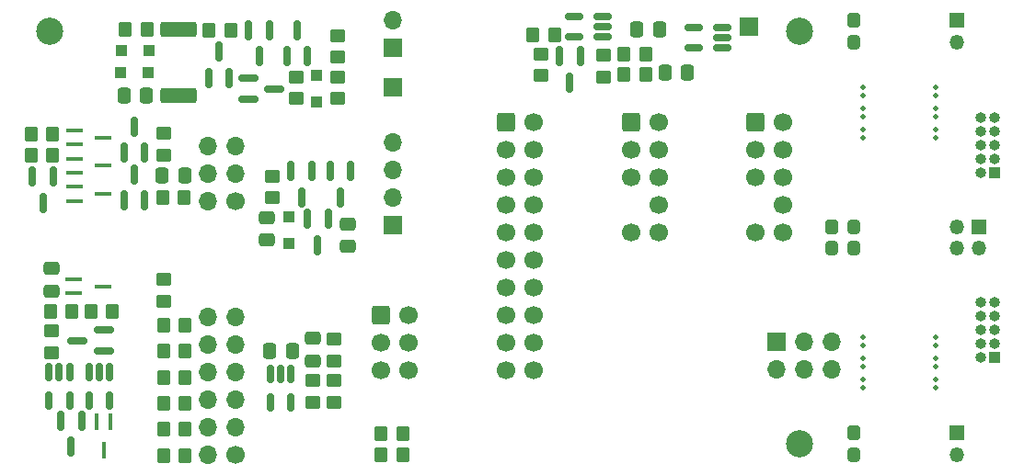
<source format=gbr>
G04 #@! TF.GenerationSoftware,KiCad,Pcbnew,(6.0.10-0)*
G04 #@! TF.CreationDate,2022-12-21T23:03:14+01:00*
G04 #@! TF.ProjectId,ATMEL-ICE-Octopus,41544d45-4c2d-4494-9345-2d4f63746f70,B5*
G04 #@! TF.SameCoordinates,Original*
G04 #@! TF.FileFunction,Soldermask,Bot*
G04 #@! TF.FilePolarity,Negative*
%FSLAX46Y46*%
G04 Gerber Fmt 4.6, Leading zero omitted, Abs format (unit mm)*
G04 Created by KiCad (PCBNEW (6.0.10-0)) date 2022-12-21 23:03:14*
%MOMM*%
%LPD*%
G01*
G04 APERTURE LIST*
G04 Aperture macros list*
%AMRoundRect*
0 Rectangle with rounded corners*
0 $1 Rounding radius*
0 $2 $3 $4 $5 $6 $7 $8 $9 X,Y pos of 4 corners*
0 Add a 4 corners polygon primitive as box body*
4,1,4,$2,$3,$4,$5,$6,$7,$8,$9,$2,$3,0*
0 Add four circle primitives for the rounded corners*
1,1,$1+$1,$2,$3*
1,1,$1+$1,$4,$5*
1,1,$1+$1,$6,$7*
1,1,$1+$1,$8,$9*
0 Add four rect primitives between the rounded corners*
20,1,$1+$1,$2,$3,$4,$5,0*
20,1,$1+$1,$4,$5,$6,$7,0*
20,1,$1+$1,$6,$7,$8,$9,0*
20,1,$1+$1,$8,$9,$2,$3,0*%
%AMOutline5P*
0 Free polygon, 5 corners , with rotation*
0 The origin of the aperture is its center*
0 number of corners: always 5*
0 $1 to $10 corner X, Y*
0 $11 Rotation angle, in degrees counterclockwise*
0 create outline with 5 corners*
4,1,5,$1,$2,$3,$4,$5,$6,$7,$8,$9,$10,$1,$2,$11*%
%AMOutline6P*
0 Free polygon, 6 corners , with rotation*
0 The origin of the aperture is its center*
0 number of corners: always 6*
0 $1 to $12 corner X, Y*
0 $13 Rotation angle, in degrees counterclockwise*
0 create outline with 6 corners*
4,1,6,$1,$2,$3,$4,$5,$6,$7,$8,$9,$10,$11,$12,$1,$2,$13*%
%AMOutline7P*
0 Free polygon, 7 corners , with rotation*
0 The origin of the aperture is its center*
0 number of corners: always 7*
0 $1 to $14 corner X, Y*
0 $15 Rotation angle, in degrees counterclockwise*
0 create outline with 7 corners*
4,1,7,$1,$2,$3,$4,$5,$6,$7,$8,$9,$10,$11,$12,$13,$14,$1,$2,$15*%
%AMOutline8P*
0 Free polygon, 8 corners , with rotation*
0 The origin of the aperture is its center*
0 number of corners: always 8*
0 $1 to $16 corner X, Y*
0 $17 Rotation angle, in degrees counterclockwise*
0 create outline with 8 corners*
4,1,8,$1,$2,$3,$4,$5,$6,$7,$8,$9,$10,$11,$12,$13,$14,$15,$16,$1,$2,$17*%
G04 Aperture macros list end*
%ADD10C,0.500000*%
%ADD11C,2.500000*%
%ADD12C,1.700000*%
%ADD13O,1.700000X1.700000*%
%ADD14RoundRect,0.250000X-0.600000X-0.600000X0.600000X-0.600000X0.600000X0.600000X-0.600000X0.600000X0*%
%ADD15R,1.700000X1.700000*%
%ADD16RoundRect,0.250000X0.475000X-0.337500X0.475000X0.337500X-0.475000X0.337500X-0.475000X-0.337500X0*%
%ADD17Outline8P,-0.600000X0.460000X-0.360000X0.700000X0.360000X0.700000X0.600000X0.460000X0.600000X-0.460000X0.360000X-0.700000X-0.360000X-0.700000X-0.600000X-0.460000X180.000000*%
%ADD18RoundRect,0.420000X0.180000X0.280000X-0.180000X0.280000X-0.180000X-0.280000X0.180000X-0.280000X0*%
%ADD19RoundRect,0.250000X-0.450000X0.350000X-0.450000X-0.350000X0.450000X-0.350000X0.450000X0.350000X0*%
%ADD20R,1.000000X1.000000*%
%ADD21O,1.000000X1.000000*%
%ADD22RoundRect,0.250000X0.450000X-0.350000X0.450000X0.350000X-0.450000X0.350000X-0.450000X-0.350000X0*%
%ADD23RoundRect,0.250000X0.350000X0.450000X-0.350000X0.450000X-0.350000X-0.450000X0.350000X-0.450000X0*%
%ADD24RoundRect,0.250000X-0.337500X-0.475000X0.337500X-0.475000X0.337500X0.475000X-0.337500X0.475000X0*%
%ADD25RoundRect,0.150000X-0.150000X0.775000X-0.150000X-0.775000X0.150000X-0.775000X0.150000X0.775000X0*%
%ADD26R,1.500000X0.450000*%
%ADD27RoundRect,0.150000X0.775000X0.150000X-0.775000X0.150000X-0.775000X-0.150000X0.775000X-0.150000X0*%
%ADD28RoundRect,0.150000X0.150000X-0.775000X0.150000X0.775000X-0.150000X0.775000X-0.150000X-0.775000X0*%
%ADD29R,1.350000X1.350000*%
%ADD30O,1.350000X1.350000*%
%ADD31R,0.450000X1.500000*%
%ADD32RoundRect,0.150000X-0.150000X0.675000X-0.150000X-0.675000X0.150000X-0.675000X0.150000X0.675000X0*%
%ADD33RoundRect,0.150000X0.675000X0.150000X-0.675000X0.150000X-0.675000X-0.150000X0.675000X-0.150000X0*%
%ADD34RoundRect,0.249999X-1.425001X0.450001X-1.425001X-0.450001X1.425001X-0.450001X1.425001X0.450001X0*%
%ADD35RoundRect,0.250000X0.337500X0.475000X-0.337500X0.475000X-0.337500X-0.475000X0.337500X-0.475000X0*%
%ADD36RoundRect,0.150000X-0.775000X-0.150000X0.775000X-0.150000X0.775000X0.150000X-0.775000X0.150000X0*%
%ADD37RoundRect,0.250000X-0.350000X-0.450000X0.350000X-0.450000X0.350000X0.450000X-0.350000X0.450000X0*%
G04 APERTURE END LIST*
D10*
G04 #@! TO.C,MB2*
X184600000Y-88120000D03*
X184600000Y-86950000D03*
X184600000Y-90050000D03*
X184600000Y-88880000D03*
X184600000Y-86190000D03*
X184600000Y-90810000D03*
G04 #@! TD*
D11*
G04 #@! TO.C,H1*
X103000000Y-81000000D03*
G04 #@! TD*
G04 #@! TO.C,H2*
X172000000Y-81000000D03*
G04 #@! TD*
D12*
G04 #@! TO.C,J9*
X120100000Y-120000000D03*
D13*
X117560000Y-120000000D03*
X120100000Y-117460000D03*
X117560000Y-117460000D03*
X120100000Y-114920000D03*
X117560000Y-114920000D03*
X120100000Y-112380000D03*
X117560000Y-112380000D03*
X120100000Y-109840000D03*
X117560000Y-109840000D03*
X120100000Y-107300000D03*
X117560000Y-107300000D03*
G04 #@! TD*
D14*
G04 #@! TO.C,J12*
X156500000Y-89400000D03*
D12*
X159040000Y-89400000D03*
X156500000Y-91940000D03*
X159040000Y-91940000D03*
X156500000Y-94480000D03*
X159040000Y-94480000D03*
X159040000Y-97020000D03*
X156500000Y-99560000D03*
X159040000Y-99560000D03*
G04 #@! TD*
D15*
G04 #@! TO.C,J6*
X167400000Y-80600000D03*
G04 #@! TD*
D11*
G04 #@! TO.C,H3*
X172000000Y-119000000D03*
G04 #@! TD*
D15*
G04 #@! TO.C,J18*
X169900000Y-109600000D03*
D13*
X169900000Y-112140000D03*
X172440000Y-109600000D03*
X172440000Y-112140000D03*
X174980000Y-109600000D03*
X174980000Y-112140000D03*
G04 #@! TD*
D15*
G04 #@! TO.C,J16*
X134600000Y-86125000D03*
G04 #@! TD*
D10*
G04 #@! TO.C,MB3*
X177900000Y-113050000D03*
X177900000Y-111880000D03*
X177900000Y-113810000D03*
X177900000Y-109190000D03*
X177900000Y-111120000D03*
X177900000Y-109950000D03*
G04 #@! TD*
D14*
G04 #@! TO.C,J14*
X133500000Y-107180000D03*
D12*
X136040000Y-107180000D03*
X133500000Y-109720000D03*
X136040000Y-109720000D03*
X133500000Y-112260000D03*
X136040000Y-112260000D03*
G04 #@! TD*
D14*
G04 #@! TO.C,J11*
X145000000Y-89400000D03*
D12*
X147540000Y-89400000D03*
X145000000Y-91940000D03*
X147540000Y-91940000D03*
X145000000Y-94480000D03*
X147540000Y-94480000D03*
X145000000Y-97020000D03*
X147540000Y-97020000D03*
X145000000Y-99560000D03*
X147540000Y-99560000D03*
X145000000Y-102100000D03*
X147540000Y-102100000D03*
X145000000Y-104640000D03*
X147540000Y-104640000D03*
X145000000Y-107180000D03*
X147540000Y-107180000D03*
X145000000Y-109720000D03*
X147540000Y-109720000D03*
X145000000Y-112260000D03*
X147540000Y-112260000D03*
G04 #@! TD*
D15*
G04 #@! TO.C,J17*
X134600000Y-82500000D03*
D13*
X134600000Y-79960000D03*
G04 #@! TD*
D10*
G04 #@! TO.C,MB4*
X184600000Y-111120000D03*
X184600000Y-113050000D03*
X184600000Y-109950000D03*
X184600000Y-111880000D03*
X184600000Y-113810000D03*
X184600000Y-109190000D03*
G04 #@! TD*
D14*
G04 #@! TO.C,J13*
X168000000Y-89400000D03*
D12*
X170540000Y-89400000D03*
X168000000Y-91940000D03*
X170540000Y-91940000D03*
X168000000Y-94480000D03*
X170540000Y-94480000D03*
X170540000Y-97020000D03*
X168000000Y-99560000D03*
X170540000Y-99560000D03*
G04 #@! TD*
D15*
G04 #@! TO.C,J15*
X134600000Y-98825000D03*
D13*
X134600000Y-96285000D03*
X134600000Y-93745000D03*
X134600000Y-91205000D03*
G04 #@! TD*
D10*
G04 #@! TO.C,MB1*
X177900000Y-86190000D03*
X177900000Y-88880000D03*
X177900000Y-90050000D03*
X177900000Y-86950000D03*
X177900000Y-90810000D03*
X177900000Y-88120000D03*
G04 #@! TD*
D12*
G04 #@! TO.C,J8*
X120100000Y-96700000D03*
D13*
X117560000Y-96700000D03*
X120100000Y-94160000D03*
X117560000Y-94160000D03*
X120100000Y-91620000D03*
X117560000Y-91620000D03*
G04 #@! TD*
D16*
G04 #@! TO.C,C11*
X123000000Y-100250000D03*
X123000000Y-98175000D03*
G04 #@! TD*
D17*
G04 #@! TO.C,J31*
X177000000Y-80000000D03*
D18*
X177000000Y-82000000D03*
G04 #@! TD*
D19*
G04 #@! TO.C,R23*
X103200000Y-108600000D03*
X103200000Y-110600000D03*
G04 #@! TD*
D20*
G04 #@! TO.C,J1*
X190000000Y-111040000D03*
D21*
X188730000Y-111040000D03*
X190000000Y-109770000D03*
X188730000Y-109770000D03*
X190000000Y-108500000D03*
X188730000Y-108500000D03*
X190000000Y-107230000D03*
X188730000Y-107230000D03*
X190000000Y-105960000D03*
X188730000Y-105960000D03*
G04 #@! TD*
D22*
G04 #@! TO.C,R62*
X125700000Y-87200000D03*
X125700000Y-85200000D03*
G04 #@! TD*
D23*
G04 #@! TO.C,R89*
X103300000Y-90500000D03*
X101300000Y-90500000D03*
G04 #@! TD*
D22*
G04 #@! TO.C,R39*
X113500000Y-105900000D03*
X113500000Y-103900000D03*
G04 #@! TD*
D23*
G04 #@! TO.C,R41*
X135500000Y-120000000D03*
X133500000Y-120000000D03*
G04 #@! TD*
G04 #@! TO.C,R35*
X115500000Y-110500000D03*
X113500000Y-110500000D03*
G04 #@! TD*
D24*
G04 #@! TO.C,C71*
X123262500Y-110500000D03*
X125337500Y-110500000D03*
G04 #@! TD*
D20*
G04 #@! TO.C,J2*
X190000000Y-94040000D03*
D21*
X188730000Y-94040000D03*
X190000000Y-92770000D03*
X188730000Y-92770000D03*
X190000000Y-91500000D03*
X188730000Y-91500000D03*
X190000000Y-90230000D03*
X188730000Y-90230000D03*
X190000000Y-88960000D03*
X188730000Y-88960000D03*
G04 #@! TD*
D25*
G04 #@! TO.C,Q12*
X128850000Y-93887500D03*
X130750000Y-93887500D03*
X129800000Y-96287500D03*
G04 #@! TD*
D22*
G04 #@! TO.C,R73*
X129200000Y-111400000D03*
X129200000Y-109400000D03*
G04 #@! TD*
D24*
G04 #@! TO.C,C53*
X157062500Y-80800000D03*
X159137500Y-80800000D03*
G04 #@! TD*
D26*
G04 #@! TO.C,Q82*
X105300000Y-94050000D03*
X105300000Y-92750000D03*
X107960000Y-93400000D03*
G04 #@! TD*
D27*
G04 #@! TO.C,Q21*
X108000000Y-108550000D03*
X108000000Y-110450000D03*
X105600000Y-109500000D03*
G04 #@! TD*
D17*
G04 #@! TO.C,J32*
X175000000Y-99000000D03*
D18*
X177000000Y-99000000D03*
X175000000Y-101000000D03*
X177000000Y-101000000D03*
G04 #@! TD*
D22*
G04 #@! TO.C,R71*
X127200000Y-115200000D03*
X127200000Y-113200000D03*
G04 #@! TD*
D28*
G04 #@! TO.C,Q63*
X126750000Y-83300000D03*
X124850000Y-83300000D03*
X125800000Y-80900000D03*
G04 #@! TD*
D22*
G04 #@! TO.C,R55*
X148200000Y-85100000D03*
X148200000Y-83100000D03*
G04 #@! TD*
D29*
G04 #@! TO.C,J22*
X188500000Y-99000000D03*
D30*
X186500000Y-99000000D03*
X188500000Y-101000000D03*
X186500000Y-101000000D03*
G04 #@! TD*
D26*
G04 #@! TO.C,Q83*
X105300000Y-96650000D03*
X105300000Y-95350000D03*
X107960000Y-96000000D03*
G04 #@! TD*
D25*
G04 #@! TO.C,D41*
X104050000Y-116900000D03*
X105950000Y-116900000D03*
X105000000Y-119300000D03*
G04 #@! TD*
D22*
G04 #@! TO.C,R72*
X129200000Y-115200000D03*
X129200000Y-113200000D03*
G04 #@! TD*
D20*
G04 #@! TO.C,D63*
X109650000Y-82800000D03*
X112150000Y-82800000D03*
G04 #@! TD*
D29*
G04 #@! TO.C,J21*
X186500000Y-80000000D03*
D30*
X186500000Y-82000000D03*
G04 #@! TD*
D20*
G04 #@! TO.C,D62*
X127600000Y-87550000D03*
X127600000Y-85050000D03*
G04 #@! TD*
D22*
G04 #@! TO.C,R11*
X123500000Y-96350000D03*
X123500000Y-94350000D03*
G04 #@! TD*
D31*
G04 #@! TO.C,Q41*
X107350000Y-116970000D03*
X108650000Y-116970000D03*
X108000000Y-119630000D03*
G04 #@! TD*
D32*
G04 #@! TO.C,U42*
X102950000Y-112400000D03*
X103900000Y-112400000D03*
X104850000Y-112400000D03*
X104850000Y-115000000D03*
X102950000Y-115000000D03*
G04 #@! TD*
D23*
G04 #@! TO.C,R32*
X115500000Y-117700000D03*
X113500000Y-117700000D03*
G04 #@! TD*
D33*
G04 #@! TO.C,U51*
X153900000Y-79650000D03*
X153900000Y-80600000D03*
X153900000Y-81550000D03*
X151300000Y-81550000D03*
X151300000Y-79650000D03*
G04 #@! TD*
D23*
G04 #@! TO.C,R22*
X105100000Y-106800000D03*
X103100000Y-106800000D03*
G04 #@! TD*
D33*
G04 #@! TO.C,U52*
X164900000Y-80650000D03*
X164900000Y-81600000D03*
X164900000Y-82550000D03*
X162300000Y-82550000D03*
X162300000Y-80650000D03*
G04 #@! TD*
D23*
G04 #@! TO.C,R31*
X115500000Y-120100000D03*
X113500000Y-120100000D03*
G04 #@! TD*
D32*
G04 #@! TO.C,U71*
X123350000Y-112600000D03*
X124300000Y-112600000D03*
X125250000Y-112600000D03*
X125250000Y-115200000D03*
X123350000Y-115200000D03*
G04 #@! TD*
D23*
G04 #@! TO.C,R53*
X157900000Y-83100000D03*
X155900000Y-83100000D03*
G04 #@! TD*
D19*
G04 #@! TO.C,R63*
X129500000Y-81400000D03*
X129500000Y-83400000D03*
G04 #@! TD*
D25*
G04 #@! TO.C,D51*
X149950000Y-83300000D03*
X151850000Y-83300000D03*
X150900000Y-85700000D03*
G04 #@! TD*
G04 #@! TO.C,Q62*
X121350000Y-80900000D03*
X123250000Y-80900000D03*
X122300000Y-83300000D03*
G04 #@! TD*
D34*
G04 #@! TO.C,R66*
X114900000Y-80850000D03*
X114900000Y-86950000D03*
G04 #@! TD*
D35*
G04 #@! TO.C,C85*
X115437500Y-94300000D03*
X113362500Y-94300000D03*
G04 #@! TD*
D28*
G04 #@! TO.C,Q85*
X111750000Y-96600000D03*
X109850000Y-96600000D03*
X110800000Y-94200000D03*
G04 #@! TD*
D25*
G04 #@! TO.C,D88*
X101450000Y-94400000D03*
X103350000Y-94400000D03*
X102400000Y-96800000D03*
G04 #@! TD*
D16*
G04 #@! TO.C,C72*
X127200000Y-111375000D03*
X127200000Y-109300000D03*
G04 #@! TD*
D23*
G04 #@! TO.C,R61*
X119700000Y-80900000D03*
X117700000Y-80900000D03*
G04 #@! TD*
G04 #@! TO.C,R84*
X115400000Y-96300000D03*
X113400000Y-96300000D03*
G04 #@! TD*
G04 #@! TO.C,R34*
X115500000Y-112900000D03*
X113500000Y-112900000D03*
G04 #@! TD*
D19*
G04 #@! TO.C,R51*
X154000000Y-83200000D03*
X154000000Y-85200000D03*
G04 #@! TD*
D32*
G04 #@! TO.C,U41*
X106650000Y-112400000D03*
X107600000Y-112400000D03*
X108550000Y-112400000D03*
X108550000Y-115000000D03*
X106650000Y-115000000D03*
G04 #@! TD*
D26*
G04 #@! TO.C,U21*
X105270000Y-105150000D03*
X105270000Y-103850000D03*
X107930000Y-104500000D03*
G04 #@! TD*
D20*
G04 #@! TO.C,D11*
X125000000Y-98062500D03*
X125000000Y-100562500D03*
G04 #@! TD*
D16*
G04 #@! TO.C,C12*
X130500000Y-100850000D03*
X130500000Y-98775000D03*
G04 #@! TD*
D17*
G04 #@! TO.C,J33*
X177000000Y-118000000D03*
D18*
X177000000Y-120000000D03*
G04 #@! TD*
D24*
G04 #@! TO.C,C66*
X109862500Y-86900000D03*
X111937500Y-86900000D03*
G04 #@! TD*
D36*
G04 #@! TO.C,D61*
X121300000Y-87250000D03*
X121300000Y-85350000D03*
X123700000Y-86300000D03*
G04 #@! TD*
D37*
G04 #@! TO.C,R65*
X110000000Y-80800000D03*
X112000000Y-80800000D03*
G04 #@! TD*
D23*
G04 #@! TO.C,R33*
X115500000Y-115300000D03*
X113500000Y-115300000D03*
G04 #@! TD*
D29*
G04 #@! TO.C,J23*
X186500000Y-118000000D03*
D30*
X186500000Y-120000000D03*
G04 #@! TD*
D23*
G04 #@! TO.C,R54*
X149500000Y-81300000D03*
X147500000Y-81300000D03*
G04 #@! TD*
D25*
G04 #@! TO.C,D12*
X126750000Y-98312500D03*
X128650000Y-98312500D03*
X127700000Y-100712500D03*
G04 #@! TD*
D23*
G04 #@! TO.C,R88*
X103300000Y-92400000D03*
X101300000Y-92400000D03*
G04 #@! TD*
D35*
G04 #@! TO.C,C51*
X161737500Y-84800000D03*
X159662500Y-84800000D03*
G04 #@! TD*
D37*
G04 #@! TO.C,R21*
X106800000Y-106800000D03*
X108800000Y-106800000D03*
G04 #@! TD*
D23*
G04 #@! TO.C,R36*
X115500000Y-108100000D03*
X113500000Y-108100000D03*
G04 #@! TD*
D16*
G04 #@! TO.C,C21*
X103200000Y-104937500D03*
X103200000Y-102862500D03*
G04 #@! TD*
D25*
G04 #@! TO.C,Q11*
X125250000Y-93887500D03*
X127150000Y-93887500D03*
X126200000Y-96287500D03*
G04 #@! TD*
D19*
G04 #@! TO.C,R85*
X113500000Y-90400000D03*
X113500000Y-92400000D03*
G04 #@! TD*
D23*
G04 #@! TO.C,R42*
X135500000Y-118100000D03*
X133500000Y-118100000D03*
G04 #@! TD*
D28*
G04 #@! TO.C,Q84*
X111750000Y-92200000D03*
X109850000Y-92200000D03*
X110800000Y-89800000D03*
G04 #@! TD*
D37*
G04 #@! TO.C,R52*
X155900000Y-85000000D03*
X157900000Y-85000000D03*
G04 #@! TD*
D22*
G04 #@! TO.C,R64*
X129500000Y-87200000D03*
X129500000Y-85200000D03*
G04 #@! TD*
D26*
G04 #@! TO.C,Q81*
X105300000Y-91450000D03*
X105300000Y-90150000D03*
X107960000Y-90800000D03*
G04 #@! TD*
D28*
G04 #@! TO.C,Q61*
X119550000Y-85300000D03*
X117650000Y-85300000D03*
X118600000Y-82900000D03*
G04 #@! TD*
D20*
G04 #@! TO.C,D64*
X112050000Y-84800000D03*
X109550000Y-84800000D03*
G04 #@! TD*
M02*

</source>
